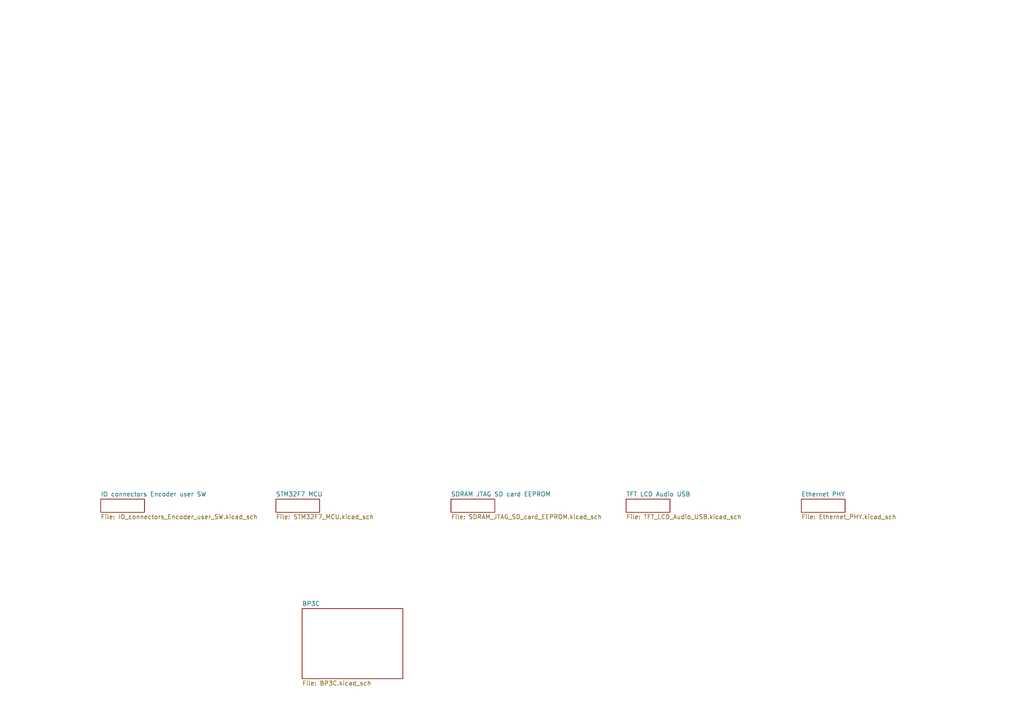
<source format=kicad_sch>
(kicad_sch (version 20211123) (generator eeschema)
  (paper "A4")
  (lib_symbols)
  (sheet (at 80.01 144.78) (size 12.7 3.81)
    (property "Sheet name" "STM32F7 MCU" (at 80.01 144.0684 0) (effects (justify left bottom)))
    (property "Sheet file" "STM32F7_MCU.kicad_sch" (at 80.01 149.1746 0) (effects (justify left top)))
  )
  (sheet (at 181.61 144.78) (size 12.7 3.81)
    (property "Sheet name" "TFT LCD Audio USB" (at 181.61 144.0684 0) (effects (justify left bottom)))
    (property "Sheet file" "TFT_LCD_Audio_USB.kicad_sch" (at 181.61 149.1746 0) (effects (justify left top)))
  )
  (sheet (at 87.63 176.53) (size 29.21 20.32) (stroke (width 0.1524))
    (property "Sheet name" "BP3C" (at 87.63 175.8184 0) (effects (justify left bottom)))
    (property "Sheet file" "BP3C.kicad_sch" (at 87.63 197.4346 0) (effects (justify left top)))
  )
  (sheet (at 29.21 144.78) (size 12.7 3.81)
    (property "Sheet name" "IO connectors Encoder user SW" (at 29.21 144.0684 0) (effects (justify left bottom)))
    (property "Sheet file" "IO_connectors_Encoder_user_SW.kicad_sch" (at 29.21 149.1746 0) (effects (justify left top)))
  )
  (sheet (at 130.81 144.78) (size 12.7 3.81)
    (property "Sheet name" "SDRAM JTAG SD card EEPROM" (at 130.81 144.0684 0) (effects (justify left bottom)))
    (property "Sheet file" "SDRAM_JTAG_SD_card_EEPROM.kicad_sch" (at 130.81 149.1746 0) (effects (justify left top)))
  )
  (sheet (at 232.41 144.78) (size 12.7 3.81)
    (property "Sheet name" "Ethernet PHY" (at 232.41 144.0684 0) (effects (justify left bottom)))
    (property "Sheet file" "Ethernet_PHY.kicad_sch" (at 232.41 149.1746 0) (effects (justify left top)))
  )
)
</source>
